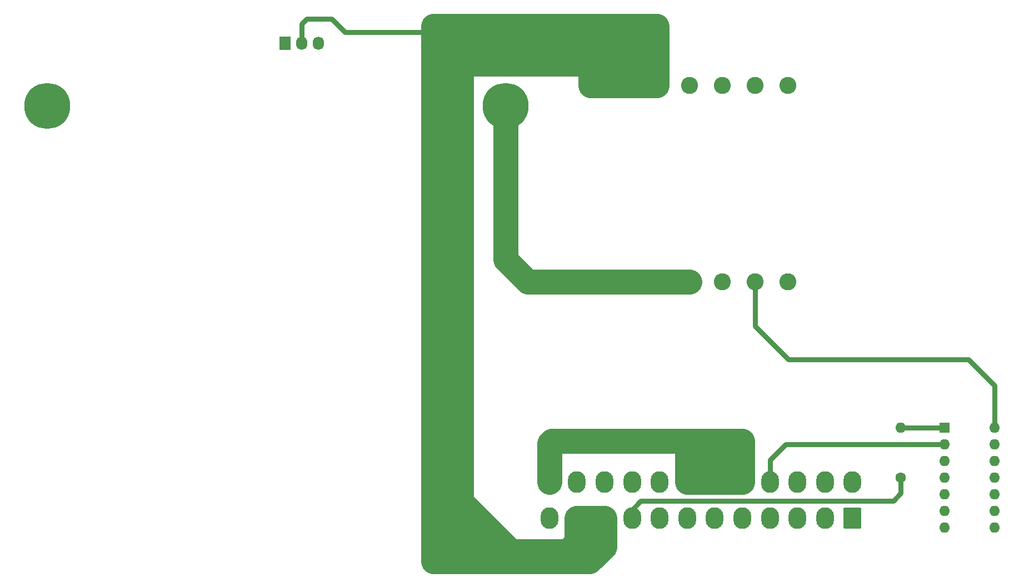
<source format=gtl>
G04 #@! TF.GenerationSoftware,KiCad,Pcbnew,8.0.8*
G04 #@! TF.CreationDate,2025-01-21T13:57:33+00:00*
G04 #@! TF.ProjectId,X6800 PicoPSU v2.kicad_pcb_24pinATX,58363830-3020-4506-9963-6f5053552076,rev?*
G04 #@! TF.SameCoordinates,Original*
G04 #@! TF.FileFunction,Copper,L1,Top*
G04 #@! TF.FilePolarity,Positive*
%FSLAX46Y46*%
G04 Gerber Fmt 4.6, Leading zero omitted, Abs format (unit mm)*
G04 Created by KiCad (PCBNEW 8.0.8) date 2025-01-21 13:57:33*
%MOMM*%
%LPD*%
G01*
G04 APERTURE LIST*
G04 Aperture macros list*
%AMRoundRect*
0 Rectangle with rounded corners*
0 $1 Rounding radius*
0 $2 $3 $4 $5 $6 $7 $8 $9 X,Y pos of 4 corners*
0 Add a 4 corners polygon primitive as box body*
4,1,4,$2,$3,$4,$5,$6,$7,$8,$9,$2,$3,0*
0 Add four circle primitives for the rounded corners*
1,1,$1+$1,$2,$3*
1,1,$1+$1,$4,$5*
1,1,$1+$1,$6,$7*
1,1,$1+$1,$8,$9*
0 Add four rect primitives between the rounded corners*
20,1,$1+$1,$2,$3,$4,$5,0*
20,1,$1+$1,$4,$5,$6,$7,0*
20,1,$1+$1,$6,$7,$8,$9,0*
20,1,$1+$1,$8,$9,$2,$3,0*%
G04 Aperture macros list end*
G04 #@! TA.AperFunction,ComponentPad*
%ADD10R,1.600000X1.600000*%
G04 #@! TD*
G04 #@! TA.AperFunction,ComponentPad*
%ADD11O,1.600000X1.600000*%
G04 #@! TD*
G04 #@! TA.AperFunction,ComponentPad*
%ADD12C,1.600000*%
G04 #@! TD*
G04 #@! TA.AperFunction,ComponentPad*
%ADD13R,2.600000X2.600000*%
G04 #@! TD*
G04 #@! TA.AperFunction,ComponentPad*
%ADD14C,2.600000*%
G04 #@! TD*
G04 #@! TA.AperFunction,ComponentPad*
%ADD15C,0.800000*%
G04 #@! TD*
G04 #@! TA.AperFunction,ComponentPad*
%ADD16C,7.000000*%
G04 #@! TD*
G04 #@! TA.AperFunction,ComponentPad*
%ADD17RoundRect,0.250001X1.099999X1.399999X-1.099999X1.399999X-1.099999X-1.399999X1.099999X-1.399999X0*%
G04 #@! TD*
G04 #@! TA.AperFunction,ComponentPad*
%ADD18O,2.700000X3.300000*%
G04 #@! TD*
G04 #@! TA.AperFunction,ComponentPad*
%ADD19R,1.730000X2.030000*%
G04 #@! TD*
G04 #@! TA.AperFunction,ComponentPad*
%ADD20O,1.730000X2.030000*%
G04 #@! TD*
G04 #@! TA.AperFunction,Conductor*
%ADD21C,3.500000*%
G04 #@! TD*
G04 #@! TA.AperFunction,Conductor*
%ADD22C,3.800000*%
G04 #@! TD*
G04 #@! TA.AperFunction,Conductor*
%ADD23C,0.800000*%
G04 #@! TD*
G04 #@! TA.AperFunction,Conductor*
%ADD24C,0.250000*%
G04 #@! TD*
G04 APERTURE END LIST*
D10*
X200900000Y-114280000D03*
D11*
X200900000Y-116820000D03*
X200900000Y-119360000D03*
X200900000Y-121900000D03*
X200900000Y-124440000D03*
X200900000Y-126980000D03*
X200900000Y-129520000D03*
X208520000Y-129520000D03*
X208520000Y-126980000D03*
X208520000Y-124440000D03*
X208520000Y-121900000D03*
X208520000Y-119360000D03*
X208520000Y-116820000D03*
X208520000Y-114280000D03*
D12*
X194223555Y-121890562D03*
D11*
X194223555Y-114270562D03*
D13*
X147000000Y-62000000D03*
D14*
X152000000Y-62000000D03*
X157000000Y-62000000D03*
X162000000Y-62000000D03*
X167000000Y-62000000D03*
X172000000Y-62000000D03*
X177000000Y-62000000D03*
D13*
X147000000Y-92000000D03*
D14*
X152000000Y-92000000D03*
X157000000Y-92000000D03*
X162000000Y-92000000D03*
X167000000Y-92000000D03*
X172000000Y-92000000D03*
X177000000Y-92000000D03*
D15*
X61550000Y-65175000D03*
X62318845Y-63318845D03*
X62318845Y-67031155D03*
X64175000Y-62550000D03*
D16*
X64175000Y-65175000D03*
D15*
X64175000Y-67800000D03*
X66031155Y-63318845D03*
X66031155Y-67031155D03*
X66800000Y-65175000D03*
X131400000Y-65175000D03*
X132168845Y-63318845D03*
X132168845Y-67031155D03*
X134025000Y-62550000D03*
D16*
X134025000Y-65175000D03*
D15*
X134025000Y-67800000D03*
X135881155Y-63318845D03*
X135881155Y-67031155D03*
X136650000Y-65175000D03*
D17*
X186876097Y-128039793D03*
D18*
X182676097Y-128039793D03*
X178476097Y-128039793D03*
X174276097Y-128039793D03*
X170076097Y-128039793D03*
X165876097Y-128039793D03*
X161676097Y-128039793D03*
X157476097Y-128039793D03*
X153276097Y-128039793D03*
X149076097Y-128039793D03*
X144876097Y-128039793D03*
X140676097Y-128039793D03*
X186876097Y-122539793D03*
X182676097Y-122539793D03*
X178476097Y-122539793D03*
X174276097Y-122539793D03*
X170076097Y-122539793D03*
X165876097Y-122539793D03*
X161676097Y-122539793D03*
X157476097Y-122539793D03*
X153276097Y-122539793D03*
X149076097Y-122539793D03*
X144876097Y-122539793D03*
X140676097Y-122539793D03*
D19*
X100397570Y-55569064D03*
D20*
X102937570Y-55569064D03*
X105477570Y-55569064D03*
D21*
X157000000Y-58800000D02*
X147000000Y-58800000D01*
X123000000Y-58900000D02*
X157000000Y-58900000D01*
D22*
X170084284Y-118766944D02*
X161684284Y-118766944D01*
D23*
X153276097Y-126789522D02*
X154615619Y-125450000D01*
X194223555Y-124287015D02*
X194223555Y-121890562D01*
D22*
X170034358Y-116270638D02*
X170023706Y-116281290D01*
X125700000Y-132875920D02*
X125700000Y-123960096D01*
D23*
X172000000Y-98765422D02*
X177127769Y-103893191D01*
D22*
X157000000Y-62000000D02*
X147000000Y-62000000D01*
D24*
X147000000Y-55900000D02*
X146900000Y-55800000D01*
D23*
X107474049Y-51845665D02*
X109537344Y-53908960D01*
D22*
X157000000Y-62000000D02*
X157000000Y-53000000D01*
D23*
X109537344Y-53908960D02*
X122091040Y-53908960D01*
D22*
X125700000Y-123960096D02*
X134848707Y-133108803D01*
D23*
X204556615Y-103893191D02*
X208520000Y-107856576D01*
D22*
X141016640Y-116281290D02*
X140676097Y-116621833D01*
D21*
X123000000Y-55800000D02*
X157000000Y-55800000D01*
D24*
X151900000Y-54900000D02*
X152000000Y-55000000D01*
D22*
X134848707Y-133108803D02*
X143463840Y-133108803D01*
D23*
X176650778Y-116820000D02*
X174276097Y-119194681D01*
D22*
X146819675Y-134695652D02*
X149076097Y-132439230D01*
D23*
X194232993Y-114280000D02*
X194223555Y-114270562D01*
D22*
X161676097Y-122539793D02*
X161657867Y-122521563D01*
X149076097Y-132439230D02*
X149076097Y-128039793D01*
D23*
X153276097Y-128039793D02*
X153276097Y-126789522D01*
D21*
X125700000Y-132875920D02*
X125700000Y-53000000D01*
D22*
X147000000Y-62000000D02*
X147000000Y-53000000D01*
D21*
X152000000Y-53000000D02*
X152000000Y-62000000D01*
D22*
X170076097Y-116312377D02*
X170034358Y-116270638D01*
X165876097Y-122539793D02*
X165896038Y-122519852D01*
D23*
X177127769Y-103893191D02*
X204556615Y-103893191D01*
D22*
X144876097Y-128039793D02*
X144876097Y-131696546D01*
X123002913Y-125451763D02*
X132151620Y-134600470D01*
D23*
X174276097Y-119194681D02*
X174276097Y-122539793D01*
D22*
X170076097Y-122539793D02*
X170076097Y-116312377D01*
D23*
X200900000Y-116820000D02*
X176650778Y-116820000D01*
D22*
X170076097Y-122539793D02*
X161676097Y-122539793D01*
X149076097Y-128039793D02*
X144876097Y-128039793D01*
X140676097Y-116621833D02*
X140676097Y-122539793D01*
X170023706Y-116281290D02*
X141016640Y-116281290D01*
X134025000Y-88642716D02*
X134025000Y-65175000D01*
X162000000Y-92000000D02*
X137382284Y-92000000D01*
D23*
X103684185Y-51845665D02*
X107474049Y-51845665D01*
X102937570Y-55569064D02*
X102937570Y-52592280D01*
X172000000Y-92000000D02*
X172000000Y-98765422D01*
D22*
X123000000Y-53000000D02*
X123000000Y-134695332D01*
X157000000Y-53000000D02*
X123000000Y-53000000D01*
X128140712Y-53140712D02*
X128000000Y-53000000D01*
X165896038Y-122519852D02*
X165896038Y-116281290D01*
X137382284Y-92000000D02*
X134025000Y-88642716D01*
X144876097Y-131696546D02*
X148333413Y-131696546D01*
D23*
X102937570Y-52592280D02*
X103684185Y-51845665D01*
D22*
X143463840Y-133108803D02*
X144876097Y-131696546D01*
X161657867Y-122521563D02*
X161657867Y-116281290D01*
X123000000Y-134695332D02*
X123000320Y-134695652D01*
D21*
X127384497Y-133420018D02*
X127384497Y-53544098D01*
D23*
X200900000Y-114280000D02*
X194232993Y-114280000D01*
D24*
X193200000Y-125400000D02*
X193228734Y-125371266D01*
D23*
X208520000Y-107856576D02*
X208520000Y-114280000D01*
X193060570Y-125450000D02*
X194223555Y-124287015D01*
X154615619Y-125450000D02*
X193060570Y-125450000D01*
D22*
X123000320Y-134695652D02*
X146819675Y-134695652D01*
M02*

</source>
